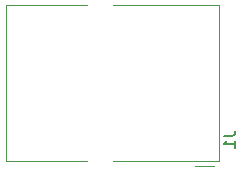
<source format=gbr>
%TF.GenerationSoftware,KiCad,Pcbnew,(6.0.9)*%
%TF.CreationDate,2022-11-22T09:39:27+01:00*%
%TF.ProjectId,esp32_ttgo_capaci.kicad_af,65737033-325f-4747-9467-6f5f63617061,rev?*%
%TF.SameCoordinates,Original*%
%TF.FileFunction,Legend,Bot*%
%TF.FilePolarity,Positive*%
%FSLAX46Y46*%
G04 Gerber Fmt 4.6, Leading zero omitted, Abs format (unit mm)*
G04 Created by KiCad (PCBNEW (6.0.9)) date 2022-11-22 09:39:27*
%MOMM*%
%LPD*%
G01*
G04 APERTURE LIST*
%ADD10C,0.150000*%
%ADD11C,0.120000*%
%ADD12C,0.100000*%
G04 APERTURE END LIST*
D10*
%TO.C,J1*%
X34782380Y-34986666D02*
X35496666Y-34986666D01*
X35639523Y-34939047D01*
X35734761Y-34843809D01*
X35782380Y-34700952D01*
X35782380Y-34605714D01*
X35782380Y-35986666D02*
X35782380Y-35415238D01*
X35782380Y-35700952D02*
X34782380Y-35700952D01*
X34925238Y-35605714D01*
X35020476Y-35510476D01*
X35068095Y-35415238D01*
D11*
X16400000Y-23880000D02*
X23180000Y-23880000D01*
X34400000Y-37080000D02*
X34400000Y-23880000D01*
X34400000Y-23880000D02*
X25380000Y-23880000D01*
D12*
X16520000Y-23880000D02*
X16400000Y-23880000D01*
D11*
X32400000Y-37550000D02*
X33930000Y-37550000D01*
D12*
X16410000Y-23880000D02*
X16400000Y-23880000D01*
D11*
X16400000Y-23880000D02*
X16400000Y-37080000D01*
D12*
X25450000Y-37080000D02*
X25380000Y-37080000D01*
D11*
X16400000Y-37080000D02*
X23180000Y-37080000D01*
X25380000Y-37080000D02*
X34400000Y-37080000D01*
%TD*%
M02*

</source>
